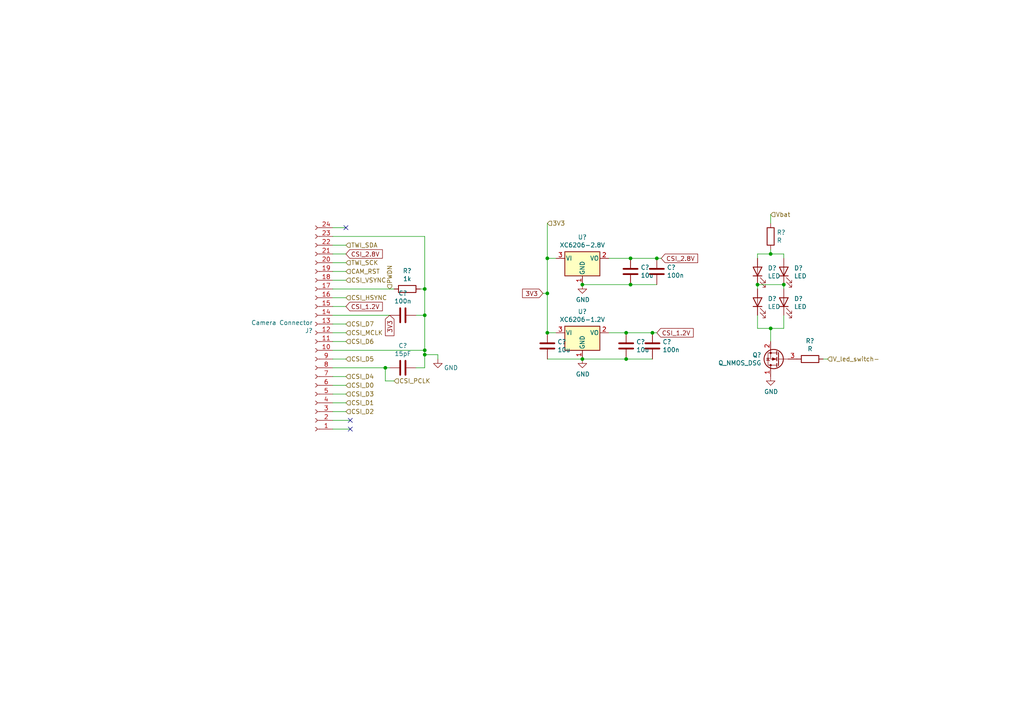
<source format=kicad_sch>
(kicad_sch (version 20211123) (generator eeschema)
  (paper "A4")
  (lib_symbols
    (symbol "Connector:Conn_01x24_Female" (pin_names (offset 1.016) hide)
      (property "Reference" "J" (at 0 30.48 0))
      (property "Value" "Conn_01x24_Female" (at 0 -33.02 0))
      (symbol "Conn_01x24_Female_1_1"
        (arc (start 0 -29.972) (mid -0.508 -30.48) (end 0 -30.988) (stroke (width 0.1524)))
        (arc (start 0 -27.432) (mid -0.508 -27.94) (end 0 -28.448) (stroke (width 0.1524)))
        (arc (start 0 -24.892) (mid -0.508 -25.4) (end 0 -25.908) (stroke (width 0.1524)))
        (arc (start 0 -22.352) (mid -0.508 -22.86) (end 0 -23.368) (stroke (width 0.1524)))
        (arc (start 0 -19.812) (mid -0.508 -20.32) (end 0 -20.828) (stroke (width 0.1524)))
        (arc (start 0 -17.272) (mid -0.508 -17.78) (end 0 -18.288) (stroke (width 0.1524)))
        (arc (start 0 -14.732) (mid -0.508 -15.24) (end 0 -15.748) (stroke (width 0.1524)))
        (arc (start 0 -12.192) (mid -0.508 -12.7) (end 0 -13.208) (stroke (width 0.1524)))
        (arc (start 0 -9.652) (mid -0.508 -10.16) (end 0 -10.668) (stroke (width 0.1524)))
        (arc (start 0 -7.112) (mid -0.508 -7.62) (end 0 -8.128) (stroke (width 0.1524)))
        (arc (start 0 -4.572) (mid -0.508 -5.08) (end 0 -5.588) (stroke (width 0.1524)))
        (arc (start 0 -2.032) (mid -0.508 -2.54) (end 0 -3.048) (stroke (width 0.1524)))
        (polyline (pts (xy -1.27 -30.48) (xy -0.508 -30.48)) (stroke (width 0.1524)))
        (polyline (pts (xy -1.27 -27.94) (xy -0.508 -27.94)) (stroke (width 0.1524)))
        (polyline (pts (xy -1.27 -25.4) (xy -0.508 -25.4)) (stroke (width 0.1524)))
        (polyline (pts (xy -1.27 -22.86) (xy -0.508 -22.86)) (stroke (width 0.1524)))
        (polyline (pts (xy -1.27 -20.32) (xy -0.508 -20.32)) (stroke (width 0.1524)))
        (polyline (pts (xy -1.27 -17.78) (xy -0.508 -17.78)) (stroke (width 0.1524)))
        (polyline (pts (xy -1.27 -15.24) (xy -0.508 -15.24)) (stroke (width 0.1524)))
        (polyline (pts (xy -1.27 -12.7) (xy -0.508 -12.7)) (stroke (width 0.1524)))
        (polyline (pts (xy -1.27 -10.16) (xy -0.508 -10.16)) (stroke (width 0.1524)))
        (polyline (pts (xy -1.27 -7.62) (xy -0.508 -7.62)) (stroke (width 0.1524)))
        (polyline (pts (xy -1.27 -5.08) (xy -0.508 -5.08)) (stroke (width 0.1524)))
        (polyline (pts (xy -1.27 -2.54) (xy -0.508 -2.54)) (stroke (width 0.1524)))
        (polyline (pts (xy -1.27 0) (xy -0.508 0)) (stroke (width 0.1524)))
        (polyline (pts (xy -1.27 2.54) (xy -0.508 2.54)) (stroke (width 0.1524)))
        (polyline (pts (xy -1.27 5.08) (xy -0.508 5.08)) (stroke (width 0.1524)))
        (polyline (pts (xy -1.27 7.62) (xy -0.508 7.62)) (stroke (width 0.1524)))
        (polyline (pts (xy -1.27 10.16) (xy -0.508 10.16)) (stroke (width 0.1524)))
        (polyline (pts (xy -1.27 12.7) (xy -0.508 12.7)) (stroke (width 0.1524)))
        (polyline (pts (xy -1.27 15.24) (xy -0.508 15.24)) (stroke (width 0.1524)))
        (polyline (pts (xy -1.27 17.78) (xy -0.508 17.78)) (stroke (width 0.1524)))
        (polyline (pts (xy -1.27 20.32) (xy -0.508 20.32)) (stroke (width 0.1524)))
        (polyline (pts (xy -1.27 22.86) (xy -0.508 22.86)) (stroke (width 0.1524)))
        (polyline (pts (xy -1.27 25.4) (xy -0.508 25.4)) (stroke (width 0.1524)))
        (polyline (pts (xy -1.27 27.94) (xy -0.508 27.94)) (stroke (width 0.1524)))
        (arc (start 0 0.508) (mid -0.508 0) (end 0 -0.508) (stroke (width 0.1524)))
        (arc (start 0 3.048) (mid -0.508 2.54) (end 0 2.032) (stroke (width 0.1524)))
        (arc (start 0 5.588) (mid -0.508 5.08) (end 0 4.572) (stroke (width 0.1524)))
        (arc (start 0 8.128) (mid -0.508 7.62) (end 0 7.112) (stroke (width 0.1524)))
        (arc (start 0 10.668) (mid -0.508 10.16) (end 0 9.652) (stroke (width 0.1524)))
        (arc (start 0 13.208) (mid -0.508 12.7) (end 0 12.192) (stroke (width 0.1524)))
        (arc (start 0 15.748) (mid -0.508 15.24) (end 0 14.732) (stroke (width 0.1524)))
        (arc (start 0 18.288) (mid -0.508 17.78) (end 0 17.272) (stroke (width 0.1524)))
        (arc (start 0 20.828) (mid -0.508 20.32) (end 0 19.812) (stroke (width 0.1524)))
        (arc (start 0 23.368) (mid -0.508 22.86) (end 0 22.352) (stroke (width 0.1524)))
        (arc (start 0 25.908) (mid -0.508 25.4) (end 0 24.892) (stroke (width 0.1524)))
        (arc (start 0 28.448) (mid -0.508 27.94) (end 0 27.432) (stroke (width 0.1524)))
        (pin passive line (at -5.08 27.94 0) (length 3.81) (name "Pin_1") (number "1"))
        (pin passive line (at -5.08 5.08 0) (length 3.81) (name "Pin_10") (number "10"))
        (pin passive line (at -5.08 2.54 0) (length 3.81) (name "Pin_11") (number "11"))
        (pin passive line (at -5.08 0 0) (length 3.81) (name "Pin_12") (number "12"))
        (pin passive line (at -5.08 -2.54 0) (length 3.81) (name "Pin_13") (number "13"))
        (pin passive line (at -5.08 -5.08 0) (length 3.81) (name "Pin_14") (number "14"))
        (pin passive line (at -5.08 -7.62 0) (length 3.81) (name "Pin_15") (number "15"))
        (pin passive line (at -5.08 -10.16 0) (length 3.81) (name "Pin_16") (number "16"))
        (pin passive line (at -5.08 -12.7 0) (length 3.81) (name "Pin_17") (number "17"))
        (pin passive line (at -5.08 -15.24 0) (length 3.81) (name "Pin_18") (number "18"))
        (pin passive line (at -5.08 -17.78 0) (length 3.81) (name "Pin_19") (number "19"))
        (pin passive line (at -5.08 25.4 0) (length 3.81) (name "Pin_2") (number "2"))
        (pin passive line (at -5.08 -20.32 0) (length 3.81) (name "Pin_20") (number "20"))
        (pin passive line (at -5.08 -22.86 0) (length 3.81) (name "Pin_21") (number "21"))
        (pin passive line (at -5.08 -25.4 0) (length 3.81) (name "Pin_22") (number "22"))
        (pin passive line (at -5.08 -27.94 0) (length 3.81) (name "Pin_23") (number "23"))
        (pin passive line (at -5.08 -30.48 0) (length 3.81) (name "Pin_24") (number "24"))
        (pin passive line (at -5.08 22.86 0) (length 3.81) (name "Pin_3") (number "3"))
        (pin passive line (at -5.08 20.32 0) (length 3.81) (name "Pin_4") (number "4"))
        (pin passive line (at -5.08 17.78 0) (length 3.81) (name "Pin_5") (number "5"))
        (pin passive line (at -5.08 15.24 0) (length 3.81) (name "Pin_6") (number "6"))
        (pin passive line (at -5.08 12.7 0) (length 3.81) (name "Pin_7") (number "7"))
        (pin passive line (at -5.08 10.16 0) (length 3.81) (name "Pin_8") (number "8"))
        (pin passive line (at -5.08 7.62 0) (length 3.81) (name "Pin_9") (number "9"))
      )
    )
    (symbol "Device:C" (pin_numbers hide) (pin_names (offset 0.254))
      (property "Reference" "C" (at 0.635 2.54 0))
      (property "Value" "C" (at 0.635 -2.54 0))
      (symbol "C_0_1"
        (polyline (pts (xy -2.032 -0.762) (xy 2.032 -0.762)) (stroke (width 0.508)))
        (polyline (pts (xy -2.032 0.762) (xy 2.032 0.762)) (stroke (width 0.508)))
      )
      (symbol "C_1_1"
        (pin passive line (at 0 3.81 270) (length 2.794) (name "~") (number "1"))
        (pin passive line (at 0 -3.81 90) (length 2.794) (name "~") (number "2"))
      )
    )
    (symbol "Device:LED" (pin_numbers hide) (pin_names (offset 1.016) hide)
      (property "Reference" "D" (at 0 2.54 0))
      (property "Value" "LED" (at 0 -2.54 0))
      (symbol "LED_0_1"
        (polyline (pts (xy -1.27 -1.27) (xy -1.27 1.27)) (stroke (width 0.254)))
        (polyline (pts (xy -1.27 0) (xy 1.27 0)))
        (polyline (pts (xy 1.27 -1.27) (xy 1.27 1.27) (xy -1.27 0) (xy 1.27 -1.27)) (stroke (width 0.254)))
        (polyline (pts (xy -3.048 -0.762) (xy -4.572 -2.286) (xy -3.81 -2.286) (xy -4.572 -2.286) (xy -4.572 -1.524)))
        (polyline (pts (xy -1.778 -0.762) (xy -3.302 -2.286) (xy -2.54 -2.286) (xy -3.302 -2.286) (xy -3.302 -1.524)))
      )
      (symbol "LED_1_1"
        (pin passive line (at -3.81 0 0) (length 2.54) (name "K") (number "1"))
        (pin passive line (at 3.81 0 180) (length 2.54) (name "A") (number "2"))
      )
    )
    (symbol "Device:Q_NMOS_DSG" (pin_names (offset 0) hide)
      (property "Reference" "Q" (at 5.08 1.27 0))
      (property "Value" "Q_NMOS_DSG" (at 5.08 -1.27 0))
      (symbol "Q_NMOS_DSG_0_1"
        (polyline (pts (xy 0.254 0) (xy -2.54 0)))
        (polyline (pts (xy 0.254 1.905) (xy 0.254 -1.905)) (stroke (width 0.254)))
        (polyline (pts (xy 0.762 -1.27) (xy 0.762 -2.286)) (stroke (width 0.254)))
        (polyline (pts (xy 0.762 0.508) (xy 0.762 -0.508)) (stroke (width 0.254)))
        (polyline (pts (xy 0.762 2.286) (xy 0.762 1.27)) (stroke (width 0.254)))
        (polyline (pts (xy 2.54 2.54) (xy 2.54 1.778)))
        (polyline (pts (xy 2.54 -2.54) (xy 2.54 0) (xy 0.762 0)))
        (polyline (pts (xy 0.762 -1.778) (xy 3.302 -1.778) (xy 3.302 1.778) (xy 0.762 1.778)))
        (polyline (pts (xy 1.016 0) (xy 2.032 0.381) (xy 2.032 -0.381) (xy 1.016 0)) (fill (type outline)))
        (polyline (pts (xy 2.794 0.508) (xy 2.921 0.381) (xy 3.683 0.381) (xy 3.81 0.254)))
        (polyline (pts (xy 3.302 0.381) (xy 2.921 -0.254) (xy 3.683 -0.254) (xy 3.302 0.381)))
        (circle (center 1.651 0) (radius 2.794) (stroke (width 0.254)))
        (circle (center 2.54 -1.778) (radius 0.254) (fill (type outline)))
        (circle (center 2.54 1.778) (radius 0.254) (fill (type outline)))
      )
      (symbol "Q_NMOS_DSG_1_1"
        (pin passive line (at 2.54 5.08 270) (length 2.54) (name "D") (number "1"))
        (pin passive line (at 2.54 -5.08 90) (length 2.54) (name "S") (number "2"))
        (pin input line (at -5.08 0 0) (length 2.54) (name "G") (number "3"))
      )
    )
    (symbol "Device:R" (pin_numbers hide) (pin_names (offset 0))
      (property "Reference" "R" (at 2.032 0 90))
      (property "Value" "R" (at 0 0 90))
      (symbol "R_0_1"
        (rectangle (start -1.016 -2.54) (end 1.016 2.54) (stroke (width 0.254)))
      )
      (symbol "R_1_1"
        (pin passive line (at 0 3.81 270) (length 1.27) (name "~") (number "1"))
        (pin passive line (at 0 -3.81 90) (length 1.27) (name "~") (number "2"))
      )
    )
    (symbol "Regulator_Linear:XC6206PxxxMR" (pin_names (offset 0.254))
      (property "Reference" "U" (at -3.81 3.175 0))
      (property "Value" "XC6206PxxxMR" (at 0 3.175 0))
      (symbol "XC6206PxxxMR_0_1"
        (rectangle (start -5.08 1.905) (end 5.08 -5.08) (stroke (width 0.254)) (fill (type background)))
      )
      (symbol "XC6206PxxxMR_1_1"
        (pin power_in line (at 0 -7.62 90) (length 2.54) (name "GND") (number "1"))
        (pin power_out line (at 7.62 0 180) (length 2.54) (name "VO") (number "2"))
        (pin power_in line (at -7.62 0 0) (length 2.54) (name "VI") (number "3"))
      )
    )
    (symbol "power:GND" (power) (pin_names (offset 0))
      (property "Value" "GND" (at 0 -3.81 0))
      (symbol "GND_0_1"
        (polyline (pts (xy 0 0) (xy 0 -1.27) (xy 1.27 -1.27) (xy 0 -2.54) (xy -1.27 -1.27) (xy 0 -1.27)))
      )
      (symbol "GND_1_1"
        (pin power_in line (at 0 0 270) (length 0) hide (name "GND") (number "1"))
      )
    )
  )
  (junction (at 223.52 73.66))
  (junction (at 158.75 74.93))
  (junction (at 227.33 82.55))
  (junction (at 182.88 74.93))
  (junction (at 189.23 96.52))
  (junction (at 158.75 96.52))
  (junction (at 111.76 106.68))
  (junction (at 158.75 85.09))
  (junction (at 123.19 91.44))
  (junction (at 123.19 102.87))
  (junction (at 168.91 82.55))
  (junction (at 123.19 83.82))
  (junction (at 168.91 104.14))
  (junction (at 123.19 101.6))
  (junction (at 182.88 82.55))
  (junction (at 181.61 104.14))
  (junction (at 223.52 95.25))
  (junction (at 181.61 96.52))
  (junction (at 219.71 82.55))
  (junction (at 190.5 74.93))
  (no_connect (at 101.6 124.46))
  (no_connect (at 101.6 121.92))
  (no_connect (at 100.33 66.04))
  (wire (pts (xy 190.5 96.52) (xy 189.23 96.52)))
  (wire (pts (xy 158.75 104.14) (xy 168.91 104.14)))
  (wire (pts (xy 176.53 96.52) (xy 181.61 96.52)))
  (wire (pts (xy 238.76 104.14) (xy 240.03 104.14)))
  (wire (pts (xy 111.76 106.68) (xy 111.76 110.49)))
  (wire (pts (xy 123.19 83.82) (xy 123.19 91.44)))
  (wire (pts (xy 219.71 74.93) (xy 219.71 73.66)))
  (wire (pts (xy 113.03 106.68) (xy 111.76 106.68)))
  (wire (pts (xy 158.75 64.77) (xy 158.75 74.93)))
  (wire (pts (xy 120.65 91.44) (xy 123.19 91.44)))
  (wire (pts (xy 96.52 116.84) (xy 100.33 116.84)))
  (wire (pts (xy 182.88 82.55) (xy 190.5 82.55)))
  (wire (pts (xy 157.48 85.09) (xy 158.75 85.09)))
  (wire (pts (xy 158.75 96.52) (xy 158.75 85.09)))
  (wire (pts (xy 158.75 96.52) (xy 161.29 96.52)))
  (wire (pts (xy 227.33 82.55) (xy 227.33 83.82)))
  (wire (pts (xy 191.77 74.93) (xy 190.5 74.93)))
  (wire (pts (xy 219.71 73.66) (xy 223.52 73.66)))
  (wire (pts (xy 96.52 109.22) (xy 100.33 109.22)))
  (wire (pts (xy 127 104.14) (xy 127 102.87)))
  (wire (pts (xy 223.52 95.25) (xy 227.33 95.25)))
  (wire (pts (xy 219.71 95.25) (xy 223.52 95.25)))
  (wire (pts (xy 114.3 83.82) (xy 96.52 83.82)))
  (wire (pts (xy 96.52 119.38) (xy 100.33 119.38)))
  (wire (pts (xy 123.19 83.82) (xy 121.92 83.82)))
  (wire (pts (xy 219.71 83.82) (xy 219.71 82.55)))
  (wire (pts (xy 127 102.87) (xy 123.19 102.87)))
  (wire (pts (xy 111.76 106.68) (xy 96.52 106.68)))
  (wire (pts (xy 219.71 91.44) (xy 219.71 95.25)))
  (wire (pts (xy 96.52 76.2) (xy 100.33 76.2)))
  (wire (pts (xy 168.91 82.55) (xy 182.88 82.55)))
  (wire (pts (xy 101.6 121.92) (xy 96.52 121.92)))
  (wire (pts (xy 223.52 72.39) (xy 223.52 73.66)))
  (wire (pts (xy 189.23 104.14) (xy 181.61 104.14)))
  (wire (pts (xy 100.33 66.04) (xy 96.52 66.04)))
  (wire (pts (xy 96.52 86.36) (xy 100.33 86.36)))
  (wire (pts (xy 96.52 96.52) (xy 100.33 96.52)))
  (wire (pts (xy 96.52 68.58) (xy 123.19 68.58)))
  (wire (pts (xy 96.52 111.76) (xy 100.33 111.76)))
  (wire (pts (xy 96.52 78.74) (xy 100.33 78.74)))
  (wire (pts (xy 100.33 73.66) (xy 96.52 73.66)))
  (wire (pts (xy 227.33 95.25) (xy 227.33 91.44)))
  (wire (pts (xy 181.61 96.52) (xy 189.23 96.52)))
  (wire (pts (xy 111.76 110.49) (xy 114.3 110.49)))
  (wire (pts (xy 223.52 99.06) (xy 223.52 95.25)))
  (wire (pts (xy 123.19 91.44) (xy 123.19 101.6)))
  (wire (pts (xy 96.52 81.28) (xy 100.33 81.28)))
  (wire (pts (xy 120.65 106.68) (xy 123.19 106.68)))
  (wire (pts (xy 113.03 91.44) (xy 96.52 91.44)))
  (wire (pts (xy 158.75 74.93) (xy 161.29 74.93)))
  (wire (pts (xy 96.52 114.3) (xy 100.33 114.3)))
  (wire (pts (xy 96.52 99.06) (xy 100.33 99.06)))
  (wire (pts (xy 96.52 101.6) (xy 123.19 101.6)))
  (wire (pts (xy 181.61 104.14) (xy 168.91 104.14)))
  (wire (pts (xy 190.5 74.93) (xy 182.88 74.93)))
  (wire (pts (xy 123.19 102.87) (xy 123.19 106.68)))
  (wire (pts (xy 123.19 101.6) (xy 123.19 102.87)))
  (wire (pts (xy 223.52 62.23) (xy 223.52 64.77)))
  (wire (pts (xy 101.6 124.46) (xy 96.52 124.46)))
  (wire (pts (xy 96.52 93.98) (xy 100.33 93.98)))
  (wire (pts (xy 227.33 82.55) (xy 219.71 82.55)))
  (wire (pts (xy 227.33 73.66) (xy 227.33 74.93)))
  (wire (pts (xy 223.52 73.66) (xy 227.33 73.66)))
  (wire (pts (xy 176.53 74.93) (xy 182.88 74.93)))
  (wire (pts (xy 96.52 104.14) (xy 100.33 104.14)))
  (wire (pts (xy 158.75 74.93) (xy 158.75 85.09)))
  (wire (pts (xy 96.52 71.12) (xy 100.33 71.12)))
  (wire (pts (xy 100.33 88.9) (xy 96.52 88.9)))
  (wire (pts (xy 123.19 83.82) (xy 123.19 68.58)))
  (global_label "3V3" (shape input) (at 113.03 91.44 270) (property "Intersheet References" "${INTERSHEET_REFS}" (effects hide)))
  (global_label "CSI_1.2V" (shape input) (at 100.33 88.9 0) (property "Intersheet References" "${INTERSHEET_REFS}" (effects hide)))
  (global_label "CSI_2.8V" (shape input) (at 100.33 73.66 0) (property "Intersheet References" "${INTERSHEET_REFS}" (effects hide)))
  (global_label "CSI_1.2V" (shape input) (at 190.5 96.52 0) (property "Intersheet References" "${INTERSHEET_REFS}" (effects hide)))
  (global_label "3V3" (shape input) (at 157.48 85.09 180) (property "Intersheet References" "${INTERSHEET_REFS}" (effects hide)))
  (global_label "CSI_2.8V" (shape input) (at 191.77 74.93 0) (property "Intersheet References" "${INTERSHEET_REFS}" (effects hide)))
  (hierarchical_label "CSI_D6" (shape input) (at 100.33 99.06 0))
  (hierarchical_label "CSI_D7" (shape input) (at 100.33 93.98 0))
  (hierarchical_label "TWI_SDA" (shape input) (at 100.33 71.12 0))
  (hierarchical_label "CSI_D2" (shape input) (at 100.33 119.38 0))
  (hierarchical_label "3V3" (shape input) (at 158.75 64.77 0))
  (hierarchical_label "CSI_D5" (shape input) (at 100.33 104.14 0))
  (hierarchical_label "V_led_switch-" (shape input) (at 240.03 104.14 0))
  (hierarchical_label "CSI_D0" (shape input) (at 100.33 111.76 0))
  (hierarchical_label "CAM_RST" (shape input) (at 100.33 78.74 0))
  (hierarchical_label "CSI_VSYNC" (shape input) (at 100.33 81.28 0))
  (hierarchical_label "CSI_D3" (shape input) (at 100.33 114.3 0))
  (hierarchical_label "TWI_SCK" (shape input) (at 100.33 76.2 0))
  (hierarchical_label "CSI_HSYNC" (shape input) (at 100.33 86.36 0))
  (hierarchical_label "CSI_D4" (shape input) (at 100.33 109.22 0))
  (hierarchical_label "CSI_MCLK" (shape input) (at 100.33 96.52 0))
  (hierarchical_label "CSI_D1" (shape input) (at 100.33 116.84 0))
  (hierarchical_label "PWDN" (shape input) (at 113.03 83.82 90))
  (hierarchical_label "CSI_PCLK" (shape input) (at 114.3 110.49 0))
  (hierarchical_label "Vbat" (shape input) (at 223.52 62.23 0))
  (symbol (lib_id "Device:R") (at 234.95 104.14 270) (unit 1)
    (property "Reference" "R?" (at 234.95 98.8822 90))
    (property "Value" "R" (at 234.95 101.1936 90))
    (property "Footprint" "Resistor_THT:R_Axial_DIN0207_L6.3mm_D2.5mm_P10.16mm_Horizontal" (effects hide))
  )
  (symbol (lib_id "Device:Q_NMOS_DSG") (at 226.06 104.14 180) (unit 1)
    (property "Reference" "Q?" (at 220.853 102.9716 0) (effects (justify left)))
    (property "Value" "Q_NMOS_DSG" (at 220.853 105.283 0) (effects (justify left)))
    (property "Footprint" "Package_TO_SOT_THT:TO-92L_Inline" (effects hide))
  )
  (symbol (lib_id "power:GND") (at 223.52 109.22 0) (unit 1)
    (property "Reference" "#PWR?" (effects hide))
    (property "Value" "GND" (at 223.647 113.6142 0))
  )
  (symbol (lib_id "Device:LED") (at 219.71 87.63 90) (unit 1)
    (property "Reference" "D?" (at 222.6818 86.6394 90) (effects (justify right)))
    (property "Value" "LED" (at 222.6818 88.9508 90) (effects (justify right)))
    (property "Footprint" "LED_footprint:SFH 4253" (effects hide))
  )
  (symbol (lib_id "Device:LED") (at 227.33 87.63 90) (unit 1)
    (property "Reference" "D?" (at 230.3018 86.6394 90) (effects (justify right)))
    (property "Value" "LED" (at 230.3018 88.9508 90) (effects (justify right)))
    (property "Footprint" "LED_footprint:SFH 4253" (effects hide))
  )
  (symbol (lib_id "Device:LED") (at 219.71 78.74 90) (unit 1)
    (property "Reference" "D?" (at 222.6818 77.7494 90) (effects (justify right)))
    (property "Value" "LED" (at 222.6818 80.0608 90) (effects (justify right)))
    (property "Footprint" "LED_footprint:SFH 4253" (effects hide))
  )
  (symbol (lib_id "Device:LED") (at 227.33 78.74 90) (unit 1)
    (property "Reference" "D?" (at 230.3018 77.7494 90) (effects (justify right)))
    (property "Value" "LED" (at 230.3018 80.0608 90) (effects (justify right)))
    (property "Footprint" "LED_footprint:SFH 4253" (effects hide))
  )
  (symbol (lib_id "Connector:Conn_01x24_Female") (at 91.44 96.52 180) (unit 1)
    (property "Reference" "J?" (at 90.7288 95.9104 0) (effects (justify left)))
    (property "Value" "Camera Connector" (at 90.7288 93.599 0) (effects (justify left)))
    (property "Footprint" "Connector_FFC-FPC:Hirose_FH12-24S-0.5SH_1x24-1MP_P0.50mm_Horizontal" (effects hide))
  )
  (symbol (lib_id "power:GND") (at 127 104.14 0) (unit 1)
    (property "Reference" "#PWR?" (effects hide))
    (property "Value" "GND" (at 130.81 106.68 0))
  )
  (symbol (lib_id "Device:R") (at 223.52 68.58 0) (unit 1)
    (property "Reference" "R?" (at 225.298 67.4116 0) (effects (justify left)))
    (property "Value" "R" (at 225.298 69.723 0) (effects (justify left)))
    (property "Footprint" "Resistor_THT:R_Axial_DIN0207_L6.3mm_D2.5mm_P10.16mm_Horizontal" (effects hide))
  )
  (symbol (lib_id "Device:C") (at 116.84 106.68 270) (unit 1)
    (property "Reference" "C?" (at 116.84 100.2792 90))
    (property "Value" "15pF" (at 116.84 102.5906 90))
    (property "Footprint" "Capacitor_SMD:C_01005_0402Metric_Pad0.57x0.30mm_HandSolder" (effects hide))
  )
  (symbol (lib_id "Device:C") (at 116.84 91.44 270) (unit 1)
    (property "Reference" "C?" (at 116.84 85.0392 90))
    (property "Value" "100n" (at 116.84 87.3506 90))
    (property "Footprint" "Capacitor_SMD:C_0201_0603Metric_Pad0.64x0.40mm_HandSolder" (effects hide))
  )
  (symbol (lib_id "Device:R") (at 118.11 83.82 270) (unit 1)
    (property "Reference" "R?" (at 118.11 78.5622 90))
    (property "Value" "1k" (at 118.11 80.8736 90))
    (property "Footprint" "Resistor_THT:R_Axial_DIN0207_L6.3mm_D2.5mm_P10.16mm_Horizontal" (effects hide))
  )
  (symbol (lib_id "Regulator_Linear:XC6206PxxxMR") (at 168.91 74.93 0) (unit 1)
    (property "Reference" "U?" (at 168.91 68.7832 0))
    (property "Value" "XC6206-2.8V" (at 168.91 71.0946 0))
    (property "Footprint" "Package_TO_SOT_SMD:SOT-23" (effects hide))
    (property "Datasheet" "https://www.torexsemi.com/file/xc6206/XC6206.pdf" (effects hide))
  )
  (symbol (lib_id "Regulator_Linear:XC6206PxxxMR") (at 168.91 96.52 0) (unit 1)
    (property "Reference" "U?" (at 168.91 90.3732 0))
    (property "Value" "XC6206-1.2V" (at 168.91 92.6846 0))
    (property "Footprint" "Package_TO_SOT_SMD:SOT-23" (effects hide))
    (property "Datasheet" "https://www.torexsemi.com/file/xc6206/XC6206.pdf" (effects hide))
  )
  (symbol (lib_id "power:GND") (at 168.91 82.55 0) (unit 1)
    (property "Reference" "#PWR?" (effects hide))
    (property "Value" "GND" (at 169.037 86.9442 0))
  )
  (symbol (lib_id "power:GND") (at 168.91 104.14 0) (unit 1)
    (property "Reference" "#PWR?" (effects hide))
    (property "Value" "GND" (at 169.037 108.5342 0))
  )
  (symbol (lib_id "Device:C") (at 158.75 100.33 0) (unit 1)
    (property "Reference" "C?" (at 161.671 99.1616 0) (effects (justify left)))
    (property "Value" "10u" (at 161.671 101.473 0) (effects (justify left)))
    (property "Footprint" "Capacitor_SMD:C_0805_2012Metric_Pad1.18x1.45mm_HandSolder" (effects hide))
  )
  (symbol (lib_id "Device:C") (at 182.88 78.74 0) (unit 1)
    (property "Reference" "C?" (at 185.801 77.5716 0) (effects (justify left)))
    (property "Value" "10u" (at 185.801 79.883 0) (effects (justify left)))
    (property "Footprint" "Capacitor_SMD:C_0805_2012Metric_Pad1.18x1.45mm_HandSolder" (effects hide))
  )
  (symbol (lib_id "Device:C") (at 190.5 78.74 0) (unit 1)
    (property "Reference" "C?" (at 193.421 77.5716 0) (effects (justify left)))
    (property "Value" "100n" (at 193.421 79.883 0) (effects (justify left)))
    (property "Footprint" "Capacitor_SMD:C_0603_1608Metric_Pad1.08x0.95mm_HandSolder" (effects hide))
  )
  (symbol (lib_id "Device:C") (at 181.61 100.33 0) (unit 1)
    (property "Reference" "C?" (at 184.531 99.1616 0) (effects (justify left)))
    (property "Value" "10u" (at 184.531 101.473 0) (effects (justify left)))
    (property "Footprint" "Capacitor_SMD:C_0805_2012Metric_Pad1.18x1.45mm_HandSolder" (effects hide))
  )
  (symbol (lib_id "Device:C") (at 189.23 100.33 0) (unit 1)
    (property "Reference" "C?" (at 192.151 99.1616 0) (effects (justify left)))
    (property "Value" "100n" (at 192.151 101.473 0) (effects (justify left)))
    (property "Footprint" "Capacitor_SMD:C_0603_1608Metric_Pad1.08x0.95mm_HandSolder" (effects hide))
  )
)
</source>
